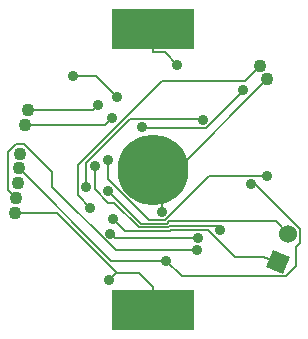
<source format=gbl>
G04 (created by PCBNEW (2013-07-07 BZR 4022)-stable) date 16-09-2014 20:10:18*
%MOIN*%
G04 Gerber Fmt 3.4, Leading zero omitted, Abs format*
%FSLAX34Y34*%
G01*
G70*
G90*
G04 APERTURE LIST*
%ADD10C,0.00590551*%
%ADD11C,0.0433071*%
%ADD12C,0.06*%
%ADD13C,0.23622*%
%ADD14R,0.275591X0.137795*%
%ADD15C,0.035*%
%ADD16C,0.006*%
G04 APERTURE END LIST*
G54D10*
G54D11*
X-4722Y-1591D03*
X-4678Y-1093D03*
X-4635Y-595D03*
X-4591Y-96D03*
X-4547Y401D03*
X3690Y2888D03*
X3440Y3321D03*
X-4378Y1358D03*
X-4291Y1851D03*
G54D10*
G36*
X4223Y-3599D02*
X3659Y-3394D01*
X3864Y-2830D01*
X4428Y-3035D01*
X4223Y-3599D01*
X4223Y-3599D01*
G37*
G54D12*
X4386Y-2275D03*
G54D13*
X-135Y-135D03*
G54D14*
X-135Y-4823D03*
X-135Y4553D03*
G54D15*
X171Y-1554D03*
X2126Y-2140D03*
X-2067Y-7D03*
X-2351Y-707D03*
X1531Y1532D03*
X-1613Y-852D03*
X1330Y-2826D03*
X-1455Y-1766D03*
X-1540Y-2271D03*
X1363Y-2416D03*
X-2785Y2973D03*
X-1325Y2285D03*
X-1965Y2010D03*
X-1480Y1592D03*
X322Y-3172D03*
X3144Y-611D03*
X-2215Y-1417D03*
X3680Y-344D03*
X-1617Y171D03*
X2874Y2516D03*
X-491Y1291D03*
X687Y3350D03*
X-1576Y-3802D03*
G54D16*
X171Y-135D02*
X171Y-1554D01*
X-135Y-135D02*
X171Y-135D01*
X666Y-135D02*
X3690Y2888D01*
X171Y-135D02*
X666Y-135D01*
X2012Y-2025D02*
X2126Y-2140D01*
X414Y-2025D02*
X2012Y-2025D01*
X380Y-2059D02*
X414Y-2025D01*
X-599Y-2059D02*
X380Y-2059D01*
X-1418Y-1241D02*
X-599Y-2059D01*
X-1615Y-1241D02*
X-1418Y-1241D01*
X-2067Y-789D02*
X-1615Y-1241D01*
X-2067Y-7D02*
X-2067Y-789D01*
X1507Y1557D02*
X1531Y1532D01*
X-896Y1557D02*
X1507Y1557D01*
X-2351Y101D02*
X-896Y1557D01*
X-2351Y-707D02*
X-2351Y101D01*
X3969Y-1858D02*
X4386Y-2275D01*
X412Y-1858D02*
X3969Y-1858D01*
X330Y-1939D02*
X412Y-1858D01*
X-526Y-1939D02*
X330Y-1939D01*
X-1613Y-852D02*
X-526Y-1939D01*
X-1370Y-2826D02*
X1330Y-2826D01*
X-3477Y-718D02*
X-1370Y-2826D01*
X-3477Y-227D02*
X-3477Y-718D01*
X-4434Y729D02*
X-3477Y-227D01*
X-4675Y729D02*
X-4434Y729D01*
X-4947Y456D02*
X-4675Y729D01*
X-4947Y-823D02*
X-4947Y456D01*
X-4678Y-1093D02*
X-4947Y-823D01*
X4043Y-3214D02*
X3543Y-3032D01*
X2606Y-3032D02*
X3543Y-3032D01*
X1723Y-2149D02*
X2606Y-3032D01*
X460Y-2149D02*
X1723Y-2149D01*
X430Y-2180D02*
X460Y-2149D01*
X-1042Y-2180D02*
X430Y-2180D01*
X-1455Y-1766D02*
X-1042Y-2180D01*
X-1395Y-2416D02*
X1363Y-2416D01*
X-1540Y-2271D02*
X-1395Y-2416D01*
X-2014Y2973D02*
X-1325Y2285D01*
X-2785Y2973D02*
X-2014Y2973D01*
X-2124Y1851D02*
X-1965Y2010D01*
X-4291Y1851D02*
X-2124Y1851D01*
X-1714Y1358D02*
X-1480Y1592D01*
X-4378Y1358D02*
X-1714Y1358D01*
X-1515Y-3172D02*
X322Y-3172D01*
X-4591Y-96D02*
X-1515Y-3172D01*
X3281Y-611D02*
X3144Y-611D01*
X4792Y-2122D02*
X3281Y-611D01*
X4792Y-2578D02*
X4792Y-2122D01*
X4654Y-2716D02*
X4792Y-2578D01*
X4654Y-3333D02*
X4654Y-2716D01*
X4295Y-3692D02*
X4654Y-3333D01*
X842Y-3692D02*
X4295Y-3692D01*
X322Y-3172D02*
X842Y-3692D01*
X-2635Y-997D02*
X-2215Y-1417D01*
X-2635Y7D02*
X-2635Y-997D01*
X177Y2820D02*
X-2635Y7D01*
X2939Y2820D02*
X177Y2820D01*
X3440Y3321D02*
X2939Y2820D01*
X1756Y-344D02*
X3680Y-344D01*
X280Y-1819D02*
X1756Y-344D01*
X-250Y-1819D02*
X280Y-1819D01*
X-1617Y-452D02*
X-250Y-1819D01*
X-1617Y171D02*
X-1617Y-452D01*
X2874Y2500D02*
X2874Y2516D01*
X1641Y1267D02*
X2874Y2500D01*
X-466Y1267D02*
X1641Y1267D01*
X-491Y1291D02*
X-466Y1267D01*
X-135Y4553D02*
X-135Y3774D01*
X-135Y-4823D02*
X-135Y-4044D01*
X263Y3774D02*
X687Y3350D01*
X-135Y3774D02*
X263Y3774D01*
X-592Y-3587D02*
X-135Y-4044D01*
X-1361Y-3587D02*
X-592Y-3587D01*
X-1361Y-3546D02*
X-1361Y-3587D01*
X-3317Y-1591D02*
X-1361Y-3546D01*
X-4722Y-1591D02*
X-3317Y-1591D01*
X-1361Y-3587D02*
X-1576Y-3802D01*
M02*

</source>
